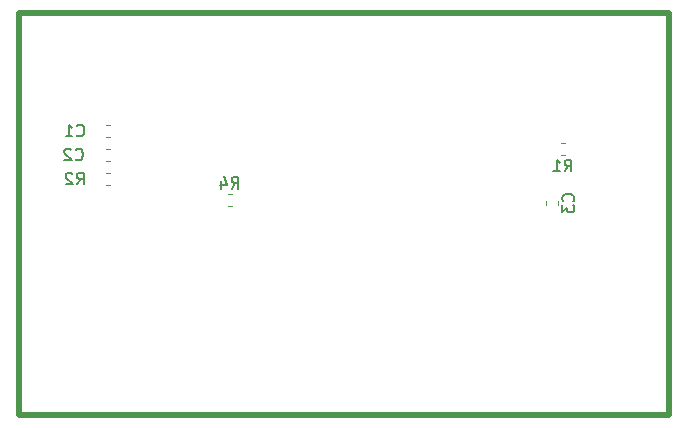
<source format=gbr>
%TF.GenerationSoftware,KiCad,Pcbnew,5.0.2-bee76a0~70~ubuntu18.04.1*%
%TF.CreationDate,2019-07-21T13:21:52-06:00*%
%TF.ProjectId,MX+ Distortion Pedal,4d582b20-4469-4737-946f-7274696f6e20,rev?*%
%TF.SameCoordinates,Original*%
%TF.FileFunction,Legend,Bot*%
%TF.FilePolarity,Positive*%
%FSLAX46Y46*%
G04 Gerber Fmt 4.6, Leading zero omitted, Abs format (unit mm)*
G04 Created by KiCad (PCBNEW 5.0.2-bee76a0~70~ubuntu18.04.1) date Sun 21 Jul 2019 01:21:52 PM MDT*
%MOMM*%
%LPD*%
G01*
G04 APERTURE LIST*
%ADD10C,0.500000*%
%ADD11C,0.120000*%
%ADD12C,0.150000*%
G04 APERTURE END LIST*
D10*
X40000000Y-70000000D02*
X95000000Y-70000000D01*
X95000000Y-36000000D02*
X95000000Y-70000000D01*
X40000000Y-36000000D02*
X40000000Y-70000000D01*
X40000000Y-36000000D02*
X95000000Y-36000000D01*
D11*
X47669267Y-46484000D02*
X47326733Y-46484000D01*
X47669267Y-45464000D02*
X47326733Y-45464000D01*
X47326733Y-47496000D02*
X47669267Y-47496000D01*
X47326733Y-48516000D02*
X47669267Y-48516000D01*
X84580000Y-52241267D02*
X84580000Y-51898733D01*
X85600000Y-52241267D02*
X85600000Y-51898733D01*
X85821733Y-46988000D02*
X86164267Y-46988000D01*
X85821733Y-48008000D02*
X86164267Y-48008000D01*
X47669267Y-50548000D02*
X47326733Y-50548000D01*
X47669267Y-49528000D02*
X47326733Y-49528000D01*
X57970267Y-52326000D02*
X57627733Y-52326000D01*
X57970267Y-51306000D02*
X57627733Y-51306000D01*
D12*
X44870666Y-46331142D02*
X44918285Y-46378761D01*
X45061142Y-46426380D01*
X45156380Y-46426380D01*
X45299238Y-46378761D01*
X45394476Y-46283523D01*
X45442095Y-46188285D01*
X45489714Y-45997809D01*
X45489714Y-45854952D01*
X45442095Y-45664476D01*
X45394476Y-45569238D01*
X45299238Y-45474000D01*
X45156380Y-45426380D01*
X45061142Y-45426380D01*
X44918285Y-45474000D01*
X44870666Y-45521619D01*
X43918285Y-46426380D02*
X44489714Y-46426380D01*
X44204000Y-46426380D02*
X44204000Y-45426380D01*
X44299238Y-45569238D01*
X44394476Y-45664476D01*
X44489714Y-45712095D01*
X44757666Y-48363142D02*
X44805285Y-48410761D01*
X44948142Y-48458380D01*
X45043380Y-48458380D01*
X45186238Y-48410761D01*
X45281476Y-48315523D01*
X45329095Y-48220285D01*
X45376714Y-48029809D01*
X45376714Y-47886952D01*
X45329095Y-47696476D01*
X45281476Y-47601238D01*
X45186238Y-47506000D01*
X45043380Y-47458380D01*
X44948142Y-47458380D01*
X44805285Y-47506000D01*
X44757666Y-47553619D01*
X44376714Y-47553619D02*
X44329095Y-47506000D01*
X44233857Y-47458380D01*
X43995761Y-47458380D01*
X43900523Y-47506000D01*
X43852904Y-47553619D01*
X43805285Y-47648857D01*
X43805285Y-47744095D01*
X43852904Y-47886952D01*
X44424333Y-48458380D01*
X43805285Y-48458380D01*
X86877142Y-51903333D02*
X86924761Y-51855714D01*
X86972380Y-51712857D01*
X86972380Y-51617619D01*
X86924761Y-51474761D01*
X86829523Y-51379523D01*
X86734285Y-51331904D01*
X86543809Y-51284285D01*
X86400952Y-51284285D01*
X86210476Y-51331904D01*
X86115238Y-51379523D01*
X86020000Y-51474761D01*
X85972380Y-51617619D01*
X85972380Y-51712857D01*
X86020000Y-51855714D01*
X86067619Y-51903333D01*
X85972380Y-52236666D02*
X85972380Y-52855714D01*
X86353333Y-52522380D01*
X86353333Y-52665238D01*
X86400952Y-52760476D01*
X86448571Y-52808095D01*
X86543809Y-52855714D01*
X86781904Y-52855714D01*
X86877142Y-52808095D01*
X86924761Y-52760476D01*
X86972380Y-52665238D01*
X86972380Y-52379523D01*
X86924761Y-52284285D01*
X86877142Y-52236666D01*
X86159666Y-49380380D02*
X86493000Y-48904190D01*
X86731095Y-49380380D02*
X86731095Y-48380380D01*
X86350142Y-48380380D01*
X86254904Y-48428000D01*
X86207285Y-48475619D01*
X86159666Y-48570857D01*
X86159666Y-48713714D01*
X86207285Y-48808952D01*
X86254904Y-48856571D01*
X86350142Y-48904190D01*
X86731095Y-48904190D01*
X85207285Y-49380380D02*
X85778714Y-49380380D01*
X85493000Y-49380380D02*
X85493000Y-48380380D01*
X85588238Y-48523238D01*
X85683476Y-48618476D01*
X85778714Y-48666095D01*
X44870666Y-50490380D02*
X45204000Y-50014190D01*
X45442095Y-50490380D02*
X45442095Y-49490380D01*
X45061142Y-49490380D01*
X44965904Y-49538000D01*
X44918285Y-49585619D01*
X44870666Y-49680857D01*
X44870666Y-49823714D01*
X44918285Y-49918952D01*
X44965904Y-49966571D01*
X45061142Y-50014190D01*
X45442095Y-50014190D01*
X44489714Y-49585619D02*
X44442095Y-49538000D01*
X44346857Y-49490380D01*
X44108761Y-49490380D01*
X44013523Y-49538000D01*
X43965904Y-49585619D01*
X43918285Y-49680857D01*
X43918285Y-49776095D01*
X43965904Y-49918952D01*
X44537333Y-50490380D01*
X43918285Y-50490380D01*
X57965666Y-50838380D02*
X58299000Y-50362190D01*
X58537095Y-50838380D02*
X58537095Y-49838380D01*
X58156142Y-49838380D01*
X58060904Y-49886000D01*
X58013285Y-49933619D01*
X57965666Y-50028857D01*
X57965666Y-50171714D01*
X58013285Y-50266952D01*
X58060904Y-50314571D01*
X58156142Y-50362190D01*
X58537095Y-50362190D01*
X57108523Y-50171714D02*
X57108523Y-50838380D01*
X57346619Y-49790761D02*
X57584714Y-50505047D01*
X56965666Y-50505047D01*
M02*

</source>
